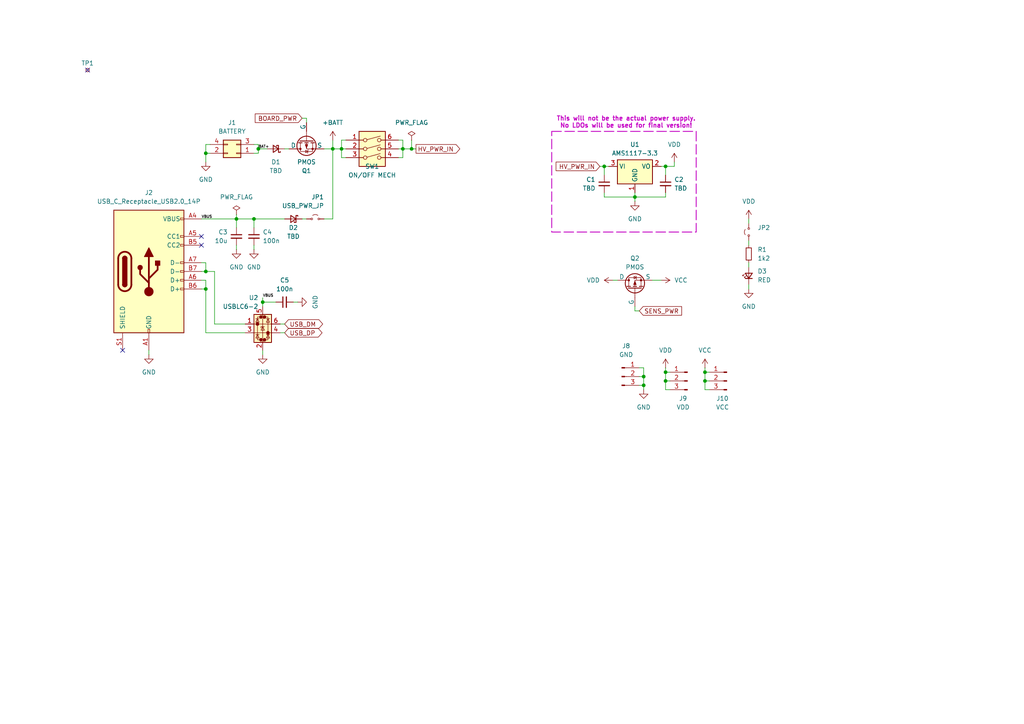
<source format=kicad_sch>
(kicad_sch (version 20231120) (generator "eeschema") (generator_version "8.0")
  (paper "A4")
  (lib_symbols
    (symbol "Connector:Conn_01x03_Pin" (pin_names (offset 1.016) hide)
      (property "Reference" "J" (at 0 5.08 0))
      (property "Value" "Conn_01x03_Pin" (at 0 -5.08 0))
      (symbol "Conn_01x03_Pin_1_1"
        (polyline (pts (xy 1.27 -2.54) (xy 0.8636 -2.54)) (stroke (width 0.1524)))
        (polyline (pts (xy 1.27 0) (xy 0.8636 0)) (stroke (width 0.1524)))
        (polyline (pts (xy 1.27 2.54) (xy 0.8636 2.54)) (stroke (width 0.1524)))
        (rectangle (start 0.8636 -2.413) (end 0 -2.667) (stroke (width 0.1524)) (fill (type outline)))
        (rectangle (start 0.8636 0.127) (end 0 -0.127) (stroke (width 0.1524)) (fill (type outline)))
        (rectangle (start 0.8636 2.667) (end 0 2.413) (stroke (width 0.1524)) (fill (type outline)))
        (pin passive line (at 5.08 2.54 180) (length 3.81) (name "Pin_1") (number "1"))
        (pin passive line (at 5.08 0 180) (length 3.81) (name "Pin_2") (number "2"))
        (pin passive line (at 5.08 -2.54 180) (length 3.81) (name "Pin_3") (number "3"))
      )
    )
    (symbol "Connector:TestPoint_Small" (pin_numbers hide) (pin_names (offset 0.762) hide)
      (property "Reference" "TP" (at 0 3.81 0))
      (property "Value" "TestPoint_Small" (at 0 2.032 0))
      (symbol "TestPoint_Small_0_1"
        (circle (center 0 0) (radius 0.508))
      )
      (symbol "TestPoint_Small_1_1"
        (pin passive line (at 0 0 90) (length 0) (name "1") (number "1"))
      )
    )
    (symbol "Connector:USB_C_Receptacle_USB2.0_14P" (pin_names (offset 1.016))
      (property "Reference" "J" (at 0 22.225 0))
      (property "Value" "USB_C_Receptacle_USB2.0_14P" (at 0 19.685 0))
      (symbol "USB_C_Receptacle_USB2.0_14P_0_0"
        (rectangle (start -0.254 -17.78) (end 0.254 -16.764))
        (rectangle (start 10.16 -4.826) (end 9.144 -5.334))
        (rectangle (start 10.16 -2.286) (end 9.144 -2.794))
        (rectangle (start 10.16 0.254) (end 9.144 -0.254))
        (rectangle (start 10.16 2.794) (end 9.144 2.286))
        (rectangle (start 10.16 7.874) (end 9.144 7.366))
        (rectangle (start 10.16 10.414) (end 9.144 9.906))
        (rectangle (start 10.16 15.494) (end 9.144 14.986))
      )
      (symbol "USB_C_Receptacle_USB2.0_14P_0_1"
        (rectangle (start -10.16 17.78) (end 10.16 -17.78) (stroke (width 0.254)) (fill (type background)))
        (arc (start -8.89 -3.81) (mid -6.985 -5.7067) (end -5.08 -3.81) (stroke (width 0.508)))
        (arc (start -7.62 -3.81) (mid -6.985 -4.4423) (end -6.35 -3.81) (stroke (width 0.254)))
        (arc (start -7.62 -3.81) (mid -6.985 -4.4423) (end -6.35 -3.81) (stroke (width 0.254)) (fill (type outline)))
        (rectangle (start -7.62 -3.81) (end -6.35 3.81) (stroke (width 0.254)) (fill (type outline)))
        (arc (start -6.35 3.81) (mid -6.985 4.4423) (end -7.62 3.81) (stroke (width 0.254)))
        (arc (start -6.35 3.81) (mid -6.985 4.4423) (end -7.62 3.81) (stroke (width 0.254)) (fill (type outline)))
        (arc (start -5.08 3.81) (mid -6.985 5.7067) (end -8.89 3.81) (stroke (width 0.508)))
        (circle (center -2.54 1.143) (radius 0.635) (stroke (width 0.254)) (fill (type outline)))
        (circle (center 0 -5.842) (radius 1.27) (fill (type outline)))
        (polyline (pts (xy -8.89 -3.81) (xy -8.89 3.81)) (stroke (width 0.508)))
        (polyline (pts (xy -5.08 3.81) (xy -5.08 -3.81)) (stroke (width 0.508)))
        (polyline (pts (xy 0 -5.842) (xy 0 4.318)) (stroke (width 0.508)))
        (polyline (pts (xy 0 -3.302) (xy -2.54 -0.762) (xy -2.54 0.508)) (stroke (width 0.508)))
        (polyline (pts (xy 0 -2.032) (xy 2.54 0.508) (xy 2.54 1.778)) (stroke (width 0.508)))
        (polyline (pts (xy -1.27 4.318) (xy 0 6.858) (xy 1.27 4.318) (xy -1.27 4.318)) (stroke (width 0.254)) (fill (type outline)))
        (rectangle (start 1.905 1.778) (end 3.175 3.048) (stroke (width 0.254)) (fill (type outline)))
      )
      (symbol "USB_C_Receptacle_USB2.0_14P_1_1"
        (pin passive line (at 0 -22.86 90) (length 5.08) (name "GND") (number "A1"))
        (pin passive line (at 0 -22.86 90) (length 5.08) hide (name "GND") (number "A12"))
        (pin passive line (at 15.24 15.24 180) (length 5.08) (name "VBUS") (number "A4"))
        (pin bidirectional line (at 15.24 10.16 180) (length 5.08) (name "CC1") (number "A5"))
        (pin bidirectional line (at 15.24 -2.54 180) (length 5.08) (name "D+") (number "A6"))
        (pin bidirectional line (at 15.24 2.54 180) (length 5.08) (name "D-") (number "A7"))
        (pin passive line (at 15.24 15.24 180) (length 5.08) hide (name "VBUS") (number "A9"))
        (pin passive line (at 0 -22.86 90) (length 5.08) hide (name "GND") (number "B1"))
        (pin passive line (at 0 -22.86 90) (length 5.08) hide (name "GND") (number "B12"))
        (pin passive line (at 15.24 15.24 180) (length 5.08) hide (name "VBUS") (number "B4"))
        (pin bidirectional line (at 15.24 7.62 180) (length 5.08) (name "CC2") (number "B5"))
        (pin bidirectional line (at 15.24 -5.08 180) (length 5.08) (name "D+") (number "B6"))
        (pin bidirectional line (at 15.24 0 180) (length 5.08) (name "D-") (number "B7"))
        (pin passive line (at 15.24 15.24 180) (length 5.08) hide (name "VBUS") (number "B9"))
        (pin passive line (at -7.62 -22.86 90) (length 5.08) (name "SHIELD") (number "S1"))
      )
    )
    (symbol "Connector_Generic:Conn_02x02_Odd_Even" (pin_names (offset 1.016) hide)
      (property "Reference" "J" (at 1.27 2.54 0))
      (property "Value" "Conn_02x02_Odd_Even" (at 1.27 -5.08 0))
      (symbol "Conn_02x02_Odd_Even_1_1"
        (rectangle (start -1.27 -2.413) (end 0 -2.667) (stroke (width 0.1524)))
        (rectangle (start -1.27 0.127) (end 0 -0.127) (stroke (width 0.1524)))
        (rectangle (start -1.27 1.27) (end 3.81 -3.81) (stroke (width 0.254)) (fill (type background)))
        (rectangle (start 3.81 -2.413) (end 2.54 -2.667) (stroke (width 0.1524)))
        (rectangle (start 3.81 0.127) (end 2.54 -0.127) (stroke (width 0.1524)))
        (pin passive line (at -5.08 0 0) (length 3.81) (name "Pin_1") (number "1"))
        (pin passive line (at 7.62 0 180) (length 3.81) (name "Pin_2") (number "2"))
        (pin passive line (at -5.08 -2.54 0) (length 3.81) (name "Pin_3") (number "3"))
        (pin passive line (at 7.62 -2.54 180) (length 3.81) (name "Pin_4") (number "4"))
      )
    )
    (symbol "Device:C_Small" (pin_numbers hide) (pin_names (offset 0.254) hide)
      (property "Reference" "C" (at 0.254 1.778 0))
      (property "Value" "C_Small" (at 0.254 -2.032 0))
      (symbol "C_Small_0_1"
        (polyline (pts (xy -1.524 -0.508) (xy 1.524 -0.508)) (stroke (width 0.3302)))
        (polyline (pts (xy -1.524 0.508) (xy 1.524 0.508)) (stroke (width 0.3048)))
      )
      (symbol "C_Small_1_1"
        (pin passive line (at 0 2.54 270) (length 2.032) (name "~") (number "1"))
        (pin passive line (at 0 -2.54 90) (length 2.032) (name "~") (number "2"))
      )
    )
    (symbol "Device:D_Schottky_Small" (pin_numbers hide) (pin_names (offset 0.254) hide)
      (property "Reference" "D" (at -1.27 2.032 0))
      (property "Value" "D_Schottky_Small" (at -7.112 -2.032 0))
      (symbol "D_Schottky_Small_0_1"
        (polyline (pts (xy -0.762 0) (xy 0.762 0)))
        (polyline (pts (xy 0.762 -1.016) (xy -0.762 0) (xy 0.762 1.016) (xy 0.762 -1.016)) (stroke (width 0.254)))
        (polyline (pts (xy -1.27 0.762) (xy -1.27 1.016) (xy -0.762 1.016) (xy -0.762 -1.016) (xy -0.254 -1.016) (xy -0.254 -0.762)) (stroke (width 0.254)))
      )
      (symbol "D_Schottky_Small_1_1"
        (pin passive line (at -2.54 0 0) (length 1.778) (name "K") (number "1"))
        (pin passive line (at 2.54 0 180) (length 1.778) (name "A") (number "2"))
      )
    )
    (symbol "Device:LED_Small" (pin_numbers hide) (pin_names (offset 0.254) hide)
      (property "Reference" "D" (at -1.27 3.175 0))
      (property "Value" "LED_Small" (at -4.445 -2.54 0))
      (symbol "LED_Small_0_1"
        (polyline (pts (xy -0.762 -1.016) (xy -0.762 1.016)) (stroke (width 0.254)))
        (polyline (pts (xy 1.016 0) (xy -0.762 0)))
        (polyline (pts (xy 0.762 -1.016) (xy -0.762 0) (xy 0.762 1.016) (xy 0.762 -1.016)) (stroke (width 0.254)))
        (polyline (pts (xy 0 0.762) (xy -0.508 1.27) (xy -0.254 1.27) (xy -0.508 1.27) (xy -0.508 1.016)))
        (polyline (pts (xy 0.508 1.27) (xy 0 1.778) (xy 0.254 1.778) (xy 0 1.778) (xy 0 1.524)))
      )
      (symbol "LED_Small_1_1"
        (pin passive line (at -2.54 0 0) (length 1.778) (name "K") (number "1"))
        (pin passive line (at 2.54 0 180) (length 1.778) (name "A") (number "2"))
      )
    )
    (symbol "Device:R_Small" (pin_numbers hide) (pin_names (offset 0.254) hide)
      (property "Reference" "R" (at 0.762 0.508 0))
      (property "Value" "R_Small" (at 0.762 -1.016 0))
      (symbol "R_Small_0_1"
        (rectangle (start -0.762 1.778) (end 0.762 -1.778) (stroke (width 0.2032)))
      )
      (symbol "R_Small_1_1"
        (pin passive line (at 0 2.54 270) (length 0.762) (name "~") (number "1"))
        (pin passive line (at 0 -2.54 90) (length 0.762) (name "~") (number "2"))
      )
    )
    (symbol "Jumper:Jumper_2_Small_Open" (pin_numbers hide) (pin_names (offset 0) hide) (exclude_from_sim yes)
      (property "Reference" "JP" (at 0 2.794 0))
      (property "Value" "Jumper_2_Small_Open" (at 0 -2.286 0))
      (symbol "Jumper_2_Small_Open_0_0"
        (circle (center -1.016 0) (radius 0.254))
        (circle (center 1.016 0) (radius 0.254))
      )
      (symbol "Jumper_2_Small_Open_0_1"
        (arc (start 0.762 1.0196) (mid 0 1.2729) (end -0.762 1.0196))
      )
      (symbol "Jumper_2_Small_Open_1_1"
        (pin passive line (at -2.54 0 0) (length 1.27) (name "A") (number "1"))
        (pin passive line (at 2.54 0 180) (length 1.27) (name "B") (number "2"))
      )
    )
    (symbol "Power_Protection:USBLC6-2SC6" (pin_names hide)
      (property "Reference" "U" (at 0.635 5.715 0))
      (property "Value" "USBLC6-2SC6" (at 0.635 3.81 0))
      (symbol "USBLC6-2SC6_0_0"
        (circle (center -1.524 0) (radius 0.0001) (stroke (width 0.508)))
        (circle (center -0.508 -4.572) (radius 0.0001) (stroke (width 0.508)))
        (circle (center -0.508 2.032) (radius 0.0001) (stroke (width 0.508)))
        (circle (center 0.508 -4.572) (radius 0.0001) (stroke (width 0.508)))
        (circle (center 0.508 2.032) (radius 0.0001) (stroke (width 0.508)))
        (circle (center 1.524 -2.54) (radius 0.0001) (stroke (width 0.508)))
      )
      (symbol "USBLC6-2SC6_0_1"
        (polyline (pts (xy -2.54 -2.54) (xy 2.54 -2.54)))
        (polyline (pts (xy -2.54 0) (xy 2.54 0)))
        (polyline (pts (xy -2.032 -3.048) (xy -1.016 -3.048)))
        (polyline (pts (xy -1.016 1.524) (xy -2.032 1.524)))
        (polyline (pts (xy 1.016 -3.048) (xy 2.032 -3.048)))
        (polyline (pts (xy 1.016 1.524) (xy 2.032 1.524)))
        (polyline (pts (xy -0.508 -1.143) (xy -0.508 -0.762) (xy 0.508 -0.762)))
        (polyline (pts (xy -2.032 0.508) (xy -1.016 0.508) (xy -1.524 1.524) (xy -2.032 0.508)))
        (polyline (pts (xy -1.016 -4.064) (xy -2.032 -4.064) (xy -1.524 -3.048) (xy -1.016 -4.064)))
        (polyline (pts (xy 0.508 -1.778) (xy -0.508 -1.778) (xy 0 -0.762) (xy 0.508 -1.778)))
        (polyline (pts (xy 2.032 -4.064) (xy 1.016 -4.064) (xy 1.524 -3.048) (xy 2.032 -4.064)))
        (polyline (pts (xy 2.032 0.508) (xy 1.016 0.508) (xy 1.524 1.524) (xy 2.032 0.508)))
        (polyline (pts (xy 0 2.54) (xy -0.508 2.032) (xy 0.508 2.032) (xy 0 1.524) (xy 0 -4.064) (xy -0.508 -4.572) (xy 0.508 -4.572) (xy 0 -5.08)))
      )
      (symbol "USBLC6-2SC6_1_1"
        (rectangle (start -2.54 2.794) (end 2.54 -5.334) (stroke (width 0.254)) (fill (type background)))
        (polyline (pts (xy -0.508 2.032) (xy -1.524 2.032) (xy -1.524 -4.572) (xy -0.508 -4.572)))
        (polyline (pts (xy 0.508 -4.572) (xy 1.524 -4.572) (xy 1.524 2.032) (xy 0.508 2.032)))
        (pin passive line (at -5.08 0 0) (length 2.54) (name "I/O1") (number "1"))
        (pin passive line (at 0 -7.62 90) (length 2.54) (name "GND") (number "2"))
        (pin passive line (at -5.08 -2.54 0) (length 2.54) (name "I/O2") (number "3"))
        (pin passive line (at 5.08 -2.54 180) (length 2.54) (name "I/O2") (number "4"))
        (pin passive line (at 0 5.08 270) (length 2.54) (name "VBUS") (number "5"))
        (pin passive line (at 5.08 0 180) (length 2.54) (name "I/O1") (number "6"))
      )
    )
    (symbol "Regulator_Linear:AMS1117-3.3"
      (property "Reference" "U" (at -3.81 3.175 0))
      (property "Value" "AMS1117-3.3" (at 0 3.175 0))
      (symbol "AMS1117-3.3_0_1"
        (rectangle (start -5.08 -5.08) (end 5.08 1.905) (stroke (width 0.254)) (fill (type background)))
      )
      (symbol "AMS1117-3.3_1_1"
        (pin power_in line (at 0 -7.62 90) (length 2.54) (name "GND") (number "1"))
        (pin power_out line (at 7.62 0 180) (length 2.54) (name "VO") (number "2"))
        (pin power_in line (at -7.62 0 0) (length 2.54) (name "VI") (number "3"))
      )
    )
    (symbol "Simulation_SPICE:PMOS" (pin_numbers hide) (pin_names (offset 0))
      (property "Reference" "Q" (at 5.08 1.27 0))
      (property "Value" "PMOS" (at 5.08 -1.27 0))
      (symbol "PMOS_0_1"
        (polyline (pts (xy 0.254 0) (xy -2.54 0)))
        (polyline (pts (xy 0.254 1.905) (xy 0.254 -1.905)) (stroke (width 0.254)))
        (polyline (pts (xy 0.762 -1.27) (xy 0.762 -2.286)) (stroke (width 0.254)))
        (polyline (pts (xy 0.762 0.508) (xy 0.762 -0.508)) (stroke (width 0.254)))
        (polyline (pts (xy 0.762 2.286) (xy 0.762 1.27)) (stroke (width 0.254)))
        (polyline (pts (xy 2.54 2.54) (xy 2.54 1.778)))
        (polyline (pts (xy 2.54 -2.54) (xy 2.54 0) (xy 0.762 0)))
        (polyline (pts (xy 0.762 1.778) (xy 3.302 1.778) (xy 3.302 -1.778) (xy 0.762 -1.778)))
        (polyline (pts (xy 2.286 0) (xy 1.27 0.381) (xy 1.27 -0.381) (xy 2.286 0)) (fill (type outline)))
        (polyline (pts (xy 2.794 -0.508) (xy 2.921 -0.381) (xy 3.683 -0.381) (xy 3.81 -0.254)))
        (polyline (pts (xy 3.302 -0.381) (xy 2.921 0.254) (xy 3.683 0.254) (xy 3.302 -0.381)))
        (circle (center 1.651 0) (radius 2.794) (stroke (width 0.254)))
        (circle (center 2.54 -1.778) (radius 0.254) (fill (type outline)))
        (circle (center 2.54 1.778) (radius 0.254) (fill (type outline)))
      )
      (symbol "PMOS_1_1"
        (pin passive line (at 2.54 5.08 270) (length 2.54) (name "D") (number "1"))
        (pin input line (at -5.08 0 0) (length 2.54) (name "G") (number "2"))
        (pin passive line (at 2.54 -5.08 90) (length 2.54) (name "S") (number "3"))
      )
    )
    (symbol "Switch:SW_DIP_x03" (pin_names (offset 0) hide)
      (property "Reference" "SW" (at 0 6.35 0))
      (property "Value" "SW_DIP_x03" (at 0 -6.35 0))
      (symbol "SW_DIP_x03_0_0"
        (circle (center -2.032 -2.54) (radius 0.508))
        (circle (center -2.032 0) (radius 0.508))
        (circle (center -2.032 2.54) (radius 0.508))
        (polyline (pts (xy -1.524 -2.413) (xy 2.3622 -1.3716)))
        (polyline (pts (xy -1.524 0.127) (xy 2.3622 1.1684)))
        (polyline (pts (xy -1.524 2.667) (xy 2.3622 3.7084)))
        (circle (center 2.032 -2.54) (radius 0.508))
        (circle (center 2.032 0) (radius 0.508))
        (circle (center 2.032 2.54) (radius 0.508))
      )
      (symbol "SW_DIP_x03_0_1"
        (rectangle (start -3.81 5.08) (end 3.81 -5.08) (stroke (width 0.254)) (fill (type background)))
      )
      (symbol "SW_DIP_x03_1_1"
        (pin passive line (at -7.62 2.54 0) (length 5.08) (name "~") (number "1"))
        (pin passive line (at -7.62 0 0) (length 5.08) (name "~") (number "2"))
        (pin passive line (at -7.62 -2.54 0) (length 5.08) (name "~") (number "3"))
        (pin passive line (at 7.62 -2.54 180) (length 5.08) (name "~") (number "4"))
        (pin passive line (at 7.62 0 180) (length 5.08) (name "~") (number "5"))
        (pin passive line (at 7.62 2.54 180) (length 5.08) (name "~") (number "6"))
      )
    )
    (symbol "power:+BATT" (power) (pin_numbers hide) (pin_names (offset 0) hide)
      (property "Value" "+BATT" (at 0 3.556 0))
      (symbol "+BATT_0_1"
        (polyline (pts (xy -0.762 1.27) (xy 0 2.54)))
        (polyline (pts (xy 0 0) (xy 0 2.54)))
        (polyline (pts (xy 0 2.54) (xy 0.762 1.27)))
      )
      (symbol "+BATT_1_1"
        (pin power_in line (at 0 0 90) (length 0) (name "~") (number "1"))
      )
    )
    (symbol "power:GND" (power) (pin_numbers hide) (pin_names (offset 0) hide)
      (property "Value" "GND" (at 0 -3.81 0))
      (symbol "GND_0_1"
        (polyline (pts (xy 0 0) (xy 0 -1.27) (xy 1.27 -1.27) (xy 0 -2.54) (xy -1.27 -1.27) (xy 0 -1.27)))
      )
      (symbol "GND_1_1"
        (pin power_in line (at 0 0 270) (length 0) (name "~") (number "1"))
      )
    )
    (symbol "power:PWR_FLAG" (power) (pin_numbers hide) (pin_names (offset 0) hide)
      (property "Value" "PWR_FLAG" (at 0 3.81 0))
      (symbol "PWR_FLAG_0_0"
        (pin power_out line (at 0 0 90) (length 0) (name "~") (number "1"))
      )
      (symbol "PWR_FLAG_0_1"
        (polyline (pts (xy 0 0) (xy 0 1.27) (xy -1.016 1.905) (xy 0 2.54) (xy 1.016 1.905) (xy 0 1.27)))
      )
    )
    (symbol "power:VCC" (power) (pin_numbers hide) (pin_names (offset 0) hide)
      (property "Value" "VCC" (at 0 3.556 0))
      (symbol "VCC_0_1"
        (polyline (pts (xy -0.762 1.27) (xy 0 2.54)))
        (polyline (pts (xy 0 0) (xy 0 2.54)))
        (polyline (pts (xy 0 2.54) (xy 0.762 1.27)))
      )
      (symbol "VCC_1_1"
        (pin power_in line (at 0 0 90) (length 0) (name "~") (number "1"))
      )
    )
    (symbol "power:VDD" (power) (pin_numbers hide) (pin_names (offset 0) hide)
      (property "Value" "VDD" (at 0 3.556 0))
      (symbol "VDD_0_1"
        (polyline (pts (xy -0.762 1.27) (xy 0 2.54)))
        (polyline (pts (xy 0 0) (xy 0 2.54)))
        (polyline (pts (xy 0 2.54) (xy 0.762 1.27)))
      )
      (symbol "VDD_1_1"
        (pin power_in line (at 0 0 90) (length 0) (name "~") (number "1"))
      )
    )
  )
  (junction (at 76.2 87.63))
  (junction (at 68.58 63.5))
  (junction (at 186.69 111.76))
  (junction (at 96.52 43.18))
  (junction (at 175.26 48.26))
  (junction (at 204.47 110.49))
  (junction (at 184.15 57.15))
  (junction (at 186.69 109.22))
  (junction (at 74.93 43.18))
  (junction (at 193.04 110.49))
  (junction (at 99.06 43.18))
  (junction (at 116.84 43.18))
  (junction (at 193.04 107.95))
  (junction (at 204.47 107.95))
  (junction (at 119.38 43.18))
  (junction (at 59.69 78.74))
  (junction (at 59.69 83.82))
  (junction (at 193.04 48.26))
  (junction (at 59.69 44.45))
  (junction (at 73.66 63.5))
  (no_connect (at 58.42 71.12))
  (no_connect (at 35.56 101.6))
  (no_connect (at 58.42 68.58))
  (no_connect (at 25.4 20.32))
  (wire (pts (xy 88.9 34.29) (xy 88.9 35.56)))
  (wire (pts (xy 96.52 43.18) (xy 96.52 40.64)))
  (wire (pts (xy 175.26 55.88) (xy 175.26 57.15)))
  (wire (pts (xy 204.47 107.95) (xy 204.47 110.49)))
  (wire (pts (xy 58.42 83.82) (xy 59.69 83.82)))
  (wire (pts (xy 93.98 63.5) (xy 96.52 63.5)))
  (wire (pts (xy 217.17 69.85) (xy 217.17 71.12)))
  (wire (pts (xy 76.2 87.63) (xy 76.2 88.9)))
  (wire (pts (xy 184.15 57.15) (xy 184.15 58.42)))
  (wire (pts (xy 204.47 106.68) (xy 204.47 107.95)))
  (wire (pts (xy 60.96 41.91) (xy 59.69 41.91)))
  (wire (pts (xy 193.04 57.15) (xy 193.04 55.88)))
  (wire (pts (xy 99.06 45.72) (xy 99.06 43.18)))
  (wire (pts (xy 73.66 44.45) (xy 74.93 44.45)))
  (wire (pts (xy 186.69 109.22) (xy 186.69 106.68)))
  (wire (pts (xy 193.04 50.8) (xy 193.04 48.26)))
  (wire (pts (xy 119.38 40.64) (xy 119.38 43.18)))
  (wire (pts (xy 76.2 86.36) (xy 76.2 87.63)))
  (wire (pts (xy 175.26 48.26) (xy 176.53 48.26)))
  (wire (pts (xy 194.31 113.03) (xy 193.04 113.03)))
  (wire (pts (xy 186.69 106.68) (xy 185.42 106.68)))
  (wire (pts (xy 99.06 40.64) (xy 99.06 43.18)))
  (wire (pts (xy 99.06 43.18) (xy 100.33 43.18)))
  (wire (pts (xy 82.55 96.52) (xy 81.28 96.52)))
  (wire (pts (xy 73.66 63.5) (xy 82.55 63.5)))
  (wire (pts (xy 58.42 81.28) (xy 59.69 81.28)))
  (wire (pts (xy 175.26 50.8) (xy 175.26 48.26)))
  (wire (pts (xy 195.58 48.26) (xy 193.04 48.26)))
  (wire (pts (xy 59.69 44.45) (xy 59.69 46.99)))
  (wire (pts (xy 62.23 93.98) (xy 62.23 78.74)))
  (wire (pts (xy 217.17 63.5) (xy 217.17 64.77)))
  (wire (pts (xy 76.2 87.63) (xy 80.01 87.63)))
  (wire (pts (xy 204.47 110.49) (xy 204.47 113.03)))
  (wire (pts (xy 59.69 41.91) (xy 59.69 44.45)))
  (wire (pts (xy 59.69 96.52) (xy 59.69 83.82)))
  (wire (pts (xy 185.42 111.76) (xy 186.69 111.76)))
  (wire (pts (xy 74.93 43.18) (xy 77.47 43.18)))
  (wire (pts (xy 43.18 102.87) (xy 43.18 101.6)))
  (wire (pts (xy 184.15 90.17) (xy 184.15 88.9)))
  (wire (pts (xy 193.04 48.26) (xy 191.77 48.26)))
  (wire (pts (xy 59.69 76.2) (xy 59.69 78.74)))
  (wire (pts (xy 59.69 81.28) (xy 59.69 83.82)))
  (wire (pts (xy 76.2 101.6) (xy 76.2 102.87)))
  (wire (pts (xy 96.52 43.18) (xy 99.06 43.18)))
  (wire (pts (xy 58.42 76.2) (xy 59.69 76.2)))
  (wire (pts (xy 96.52 63.5) (xy 96.52 43.18)))
  (wire (pts (xy 68.58 63.5) (xy 68.58 66.04)))
  (wire (pts (xy 58.42 78.74) (xy 59.69 78.74)))
  (wire (pts (xy 184.15 55.88) (xy 184.15 57.15)))
  (wire (pts (xy 217.17 82.55) (xy 217.17 83.82)))
  (wire (pts (xy 217.17 76.2) (xy 217.17 77.47)))
  (wire (pts (xy 74.93 43.18) (xy 74.93 44.45)))
  (wire (pts (xy 193.04 107.95) (xy 193.04 110.49)))
  (wire (pts (xy 184.15 57.15) (xy 193.04 57.15)))
  (wire (pts (xy 74.93 41.91) (xy 74.93 43.18)))
  (wire (pts (xy 87.63 34.29) (xy 88.9 34.29)))
  (wire (pts (xy 189.23 81.28) (xy 191.77 81.28)))
  (wire (pts (xy 205.74 107.95) (xy 204.47 107.95)))
  (wire (pts (xy 185.42 90.17) (xy 184.15 90.17)))
  (wire (pts (xy 115.57 43.18) (xy 116.84 43.18)))
  (wire (pts (xy 120.65 43.18) (xy 119.38 43.18)))
  (wire (pts (xy 73.66 71.12) (xy 73.66 72.39)))
  (wire (pts (xy 59.69 96.52) (xy 71.12 96.52)))
  (wire (pts (xy 62.23 93.98) (xy 71.12 93.98)))
  (wire (pts (xy 186.69 111.76) (xy 186.69 109.22)))
  (wire (pts (xy 193.04 106.68) (xy 193.04 107.95)))
  (wire (pts (xy 100.33 40.64) (xy 99.06 40.64)))
  (wire (pts (xy 116.84 45.72) (xy 116.84 43.18)))
  (wire (pts (xy 68.58 62.23) (xy 68.58 63.5)))
  (wire (pts (xy 115.57 40.64) (xy 116.84 40.64)))
  (wire (pts (xy 195.58 46.99) (xy 195.58 48.26)))
  (wire (pts (xy 186.69 111.76) (xy 186.69 113.03)))
  (wire (pts (xy 68.58 63.5) (xy 73.66 63.5)))
  (wire (pts (xy 59.69 44.45) (xy 60.96 44.45)))
  (wire (pts (xy 205.74 110.49) (xy 204.47 110.49)))
  (wire (pts (xy 87.63 63.5) (xy 88.9 63.5)))
  (wire (pts (xy 194.31 110.49) (xy 193.04 110.49)))
  (wire (pts (xy 193.04 110.49) (xy 193.04 113.03)))
  (wire (pts (xy 115.57 45.72) (xy 116.84 45.72)))
  (wire (pts (xy 93.98 43.18) (xy 96.52 43.18)))
  (wire (pts (xy 116.84 40.64) (xy 116.84 43.18)))
  (wire (pts (xy 173.99 48.26) (xy 175.26 48.26)))
  (wire (pts (xy 116.84 43.18) (xy 119.38 43.18)))
  (wire (pts (xy 82.55 43.18) (xy 83.82 43.18)))
  (wire (pts (xy 100.33 45.72) (xy 99.06 45.72)))
  (wire (pts (xy 185.42 109.22) (xy 186.69 109.22)))
  (wire (pts (xy 175.26 57.15) (xy 184.15 57.15)))
  (wire (pts (xy 58.42 63.5) (xy 68.58 63.5)))
  (wire (pts (xy 85.09 87.63) (xy 86.36 87.63)))
  (wire (pts (xy 68.58 71.12) (xy 68.58 72.39)))
  (wire (pts (xy 74.93 41.91) (xy 73.66 41.91)))
  (wire (pts (xy 194.31 107.95) (xy 193.04 107.95)))
  (wire (pts (xy 73.66 63.5) (xy 73.66 66.04)))
  (wire (pts (xy 62.23 78.74) (xy 59.69 78.74)))
  (wire (pts (xy 205.74 113.03) (xy 204.47 113.03)))
  (wire (pts (xy 82.55 93.98) (xy 81.28 93.98)))
  (wire (pts (xy 177.8 81.28) (xy 179.07 81.28)))
  (rectangle (start 160.02 38.1) (end 201.93 67.31) (stroke (width 0.254) (type dash) (color 194 0 194 1)))
  (text "This will not be the actual power supply.\nNo LDOs will be used for final version!" (at 181.61 35.56 0) (effects (font (size 1.27 1.27) (thickness 0.254) (bold yes))))
  (label "VBUS" (at 58.42 63.5 0) (effects (font (size 0.762 0.762) (bold yes))))
  (label "BAT+" (at 74.93 43.18 0) (effects (font (size 0.762 0.762) (bold yes))))
  (label "VBUS" (at 76.2 86.36 0) (effects (font (size 0.762 0.762) (bold yes))))
  (global_label "SENS_PWR" (shape input) (at 185.42 90.17 0) (property "Intersheetrefs" "${INTERSHEET_REFS}" (effects (hide yes))))
  (global_label "HV_PWR_IN" (shape input) (at 173.99 48.26 180) (property "Intersheetrefs" "${INTERSHEET_REFS}" (effects (hide yes))))
  (global_label "HV_PWR_IN" (shape output) (at 120.65 43.18 0) (property "Intersheetrefs" "${INTERSHEET_REFS}" (effects (hide yes))))
  (global_label "USB_DM" (shape bidirectional) (at 82.55 93.98 0) (property "Intersheetrefs" "${INTERSHEET_REFS}" (effects (hide yes))))
  (global_label "USB_DP" (shape bidirectional) (at 82.55 96.52 0) (property "Intersheetrefs" "${INTERSHEET_REFS}" (effects (hide yes))))
  (global_label "BOARD_PWR" (shape input) (at 87.63 34.29 180) (property "Intersheetrefs" "${INTERSHEET_REFS}" (effects (hide yes))))
  (symbol (lib_id "Switch:SW_DIP_x03") (at 107.95 43.18 0) (unit 1)
    (property "Reference" "SW1" (at 107.95 48.26 0))
    (property "Value" "ON/OFF MECH" (at 107.95 50.8 0))
    (property "Footprint" "Button_Switch_THT:SW_DIP_SPSTx03_Slide_6.7x9.18mm_W7.62mm_P2.54mm_LowProfile" (effects (hide yes)))
    (property "Description" "3x DIP Switch, Single Pole Single Throw (SPST) switch, small symbol" (effects (hide yes)))
  )
  (symbol (lib_id "Power_Protection:USBLC6-2SC6") (at 76.2 93.98 0) (unit 1)
    (property "Reference" "U2" (at 74.93 86.36 0) (effects (justify right)))
    (property "Value" "USBLC6-2" (at 74.93 88.9 0) (effects (justify right)))
    (property "Footprint" "Package_TO_SOT_SMD:SOT-23-6" (effects (hide yes)))
    (property "Datasheet" "https://www.st.com/resource/en/datasheet/usblc6-2.pdf" (effects (hide yes)))
    (property "Description" "Very low capacitance ESD protection diode, 2 data-line, SOT-23-6" (effects (hide yes)))
  )
  (symbol (lib_id "power:GND") (at 68.58 72.39 0) (unit 1)
    (property "Reference" "#PWR06" (effects (hide yes)))
    (property "Value" "GND" (at 68.58 77.47 0))
    (property "Description" "Power symbol creates a global label with name \"GND\" , ground" (effects (hide yes)))
  )
  (symbol (lib_id "power:VDD") (at 193.04 106.68 0) (unit 1)
    (property "Reference" "#PWR099" (effects (hide yes)))
    (property "Value" "VDD" (at 193.04 101.6 0))
    (property "Description" "Power symbol creates a global label with name \"VDD\"" (effects (hide yes)))
  )
  (symbol (lib_id "power:GND") (at 186.69 113.03 0) (unit 1)
    (property "Reference" "#PWR098" (effects (hide yes)))
    (property "Value" "GND" (at 186.69 118.11 0))
    (property "Description" "Power symbol creates a global label with name \"GND\" , ground" (effects (hide yes)))
  )
  (symbol (lib_id "Simulation_SPICE:PMOS") (at 88.9 40.64 90) (mirror x) (unit 1)
    (property "Reference" "Q1" (at 88.9 49.53 90))
    (property "Value" "PMOS" (at 88.9 46.99 90))
    (property "Footprint" "Package_TO_SOT_SMD:SOT-23" (effects (hide yes)))
    (property "Datasheet" "https://ngspice.sourceforge.io/docs/ngspice-html-manual/manual.xhtml#cha_MOSFETs" (effects (hide yes)))
    (property "Description" "P-MOSFET transistor, drain/source/gate" (effects (hide yes)))
    (property "Sim.Device" "PMOS" (effects (hide yes)))
    (property "Sim.Type" "VDMOS" (effects (hide yes)))
    (property "Sim.Pins" "1=D 2=G 3=S" (effects (hide yes)))
  )
  (symbol (lib_id "power:VDD") (at 177.8 81.28 90) (unit 1)
    (property "Reference" "#PWR08" (effects (hide yes)))
    (property "Value" "VDD" (at 173.99 81.2799 90) (effects (justify left)))
    (property "Description" "Power symbol creates a global label with name \"VDD\"" (effects (hide yes)))
  )
  (symbol (lib_id "Device:LED_Small") (at 217.17 80.01 90) (unit 1)
    (property "Reference" "D3" (at 219.71 78.6764 90) (effects (justify right)))
    (property "Value" "RED" (at 219.71 81.2164 90) (effects (justify right)))
    (property "Footprint" "LED_SMD:LED_0603_1608Metric" (effects (hide yes)))
    (property "Description" "Light emitting diode, small symbol" (effects (hide yes)))
  )
  (symbol (lib_id "Device:C_Small") (at 175.26 53.34 0) (mirror y) (unit 1)
    (property "Reference" "C1" (at 172.72 52.0762 0) (effects (justify left)))
    (property "Value" "TBD" (at 172.72 54.6162 0) (effects (justify left)))
    (property "Footprint" "Capacitor_SMD:C_0603_1608Metric" (effects (hide yes)))
    (property "Description" "Unpolarized capacitor, small symbol" (effects (hide yes)))
  )
  (symbol (lib_id "power:PWR_FLAG") (at 68.58 62.23 0) (unit 1)
    (property "Reference" "#FLG03" (effects (hide yes)))
    (property "Value" "PWR_FLAG" (at 68.58 57.15 0))
    (property "Description" "Special symbol for telling ERC where power comes from" (effects (hide yes)))
  )
  (symbol (lib_id "Device:C_Small") (at 82.55 87.63 90) (unit 1)
    (property "Reference" "C5" (at 82.5563 81.28 90))
    (property "Value" "100n" (at 82.5563 83.82 90))
    (property "Footprint" "Capacitor_SMD:C_0603_1608Metric" (effects (hide yes)))
    (property "Description" "Unpolarized capacitor, small symbol" (effects (hide yes)))
  )
  (symbol (lib_id "power:GND") (at 184.15 58.42 0) (unit 1)
    (property "Reference" "#PWR04" (effects (hide yes)))
    (property "Value" "GND" (at 184.15 63.5 0))
    (property "Description" "Power symbol creates a global label with name \"GND\" , ground" (effects (hide yes)))
  )
  (symbol (lib_id "Device:C_Small") (at 68.58 68.58 0) (mirror y) (unit 1)
    (property "Reference" "C3" (at 66.04 67.31 0) (effects (justify left)))
    (property "Value" "10u" (at 66.04 69.85 0) (effects (justify left)))
    (property "Footprint" "Capacitor_SMD:C_0603_1608Metric" (effects (hide yes)))
    (property "Description" "Unpolarized capacitor, small symbol" (effects (hide yes)))
  )
  (symbol (lib_id "Device:C_Small") (at 73.66 68.58 0) (unit 1)
    (property "Reference" "C4" (at 76.2 67.31 0) (effects (justify left)))
    (property "Value" "100n" (at 76.2 69.85 0) (effects (justify left)))
    (property "Footprint" "Capacitor_SMD:C_0603_1608Metric" (effects (hide yes)))
    (property "Description" "Unpolarized capacitor, small symbol" (effects (hide yes)))
  )
  (symbol (lib_id "power:GND") (at 76.2 102.87 0) (unit 1)
    (property "Reference" "#PWR013" (effects (hide yes)))
    (property "Value" "GND" (at 76.2 107.95 0))
    (property "Description" "Power symbol creates a global label with name \"GND\" , ground" (effects (hide yes)))
  )
  (symbol (lib_id "Regulator_Linear:AMS1117-3.3") (at 184.15 48.26 0) (unit 1)
    (property "Reference" "U1" (at 184.15 41.91 0))
    (property "Value" "AMS1117-3.3" (at 184.15 44.45 0))
    (property "Footprint" "Package_TO_SOT_SMD:SOT-223-3_TabPin2" (effects (hide yes)))
    (property "Datasheet" "http://www.advanced-monolithic.com/pdf/ds1117.pdf" (effects (hide yes)))
    (property "Description" "1A Low Dropout regulator, positive, 3.3V fixed output, SOT-223" (effects (hide yes)))
  )
  (symbol (lib_id "Jumper:Jumper_2_Small_Open") (at 217.17 67.31 90) (unit 1) (exclude_from_sim yes)
    (property "Reference" "JP2" (at 219.71 66.04 90) (effects (justify right)))
    (property "Value" "Jumper_2_Small_Open" (effects (hide yes)))
    (property "Footprint" "BRS_Footprints:SMD_SolderJumper_Small" (effects (hide yes)))
    (property "Description" "Jumper, 2-pole, small symbol, open" (effects (hide yes)))
  )
  (symbol (lib_id "Connector:TestPoint_Small") (at 25.4 20.32 0) (unit 1)
    (property "Reference" "TP1" (at 25.4 19.05 0) (effects (justify bottom)))
    (property "Value" "TestPoint_Small" (effects (hide yes)))
    (property "Footprint" "TestPoint:TestPoint_Pad_D1.5mm" (effects (hide yes)))
    (property "Description" "test point" (effects (hide yes)))
  )
  (symbol (lib_id "Connector:Conn_01x03_Pin") (at 199.39 110.49 0) (mirror y) (unit 1) (in_bom no)
    (property "Reference" "J9" (at 198.12 115.57 0))
    (property "Value" "VDD" (at 198.12 118.11 0))
    (property "Footprint" "Connector_PinHeader_2.54mm:PinHeader_1x03_P2.54mm_Vertical" (effects (hide yes)))
    (property "Description" "Generic connector, single row, 01x03, script generated" (effects (hide yes)))
  )
  (symbol (lib_id "Device:D_Schottky_Small") (at 85.09 63.5 0) (mirror y) (unit 1)
    (property "Reference" "D2" (at 85.09 66.04 0))
    (property "Value" "TBD" (at 85.09 68.58 0))
    (property "Footprint" "Diode_SMD:D_SOD-123" (effects (hide yes)))
    (property "Description" "Schottky diode, small symbol" (effects (hide yes)))
    (property "Sim.Device" "D" (effects (hide yes)))
    (property "Sim.Pins" "1=K 2=A" (effects (hide yes)))
  )
  (symbol (lib_id "Connector:USB_C_Receptacle_USB2.0_14P") (at 43.18 78.74 0) (unit 1)
    (property "Reference" "J2" (at 43.18 55.88 0))
    (property "Value" "USB_C_Receptacle_USB2.0_14P" (at 43.18 58.42 0))
    (property "Footprint" "Connector_USB:USB_C_Receptacle_GCT_USB4105-xx-A_16P_TopMnt_Horizontal" (effects (hide yes)))
    (property "Datasheet" "https://www.usb.org/sites/default/files/documents/usb_type-c.zip" (effects (hide yes)))
    (property "Description" "USB 2.0-only 14P Type-C Receptacle connector" (effects (hide yes)))
  )
  (symbol (lib_id "Connector:Conn_01x03_Pin") (at 210.82 110.49 0) (mirror y) (unit 1) (in_bom no)
    (property "Reference" "J10" (at 209.55 115.57 0))
    (property "Value" "VCC" (at 209.55 118.11 0))
    (property "Footprint" "Connector_PinHeader_2.54mm:PinHeader_1x03_P2.54mm_Vertical" (effects (hide yes)))
    (property "Description" "Generic connector, single row, 01x03, script generated" (effects (hide yes)))
  )
  (symbol (lib_id "Device:C_Small") (at 193.04 53.34 0) (unit 1)
    (property "Reference" "C2" (at 195.58 52.0762 0) (effects (justify left)))
    (property "Value" "TBD" (at 195.58 54.6162 0) (effects (justify left)))
    (property "Footprint" "Capacitor_SMD:C_0603_1608Metric" (effects (hide yes)))
    (property "Description" "Unpolarized capacitor, small symbol" (effects (hide yes)))
  )
  (symbol (lib_id "power:GND") (at 217.17 83.82 0) (unit 1)
    (property "Reference" "#PWR010" (effects (hide yes)))
    (property "Value" "GND" (at 217.17 88.9 0))
    (property "Description" "Power symbol creates a global label with name \"GND\" , ground" (effects (hide yes)))
  )
  (symbol (lib_id "Simulation_SPICE:PMOS") (at 184.15 83.82 90) (unit 1)
    (property "Reference" "Q2" (at 184.15 74.93 90))
    (property "Value" "PMOS" (at 184.15 77.47 90))
    (property "Footprint" "Package_TO_SOT_SMD:SOT-23" (effects (hide yes)))
    (property "Datasheet" "https://ngspice.sourceforge.io/docs/ngspice-html-manual/manual.xhtml#cha_MOSFETs" (effects (hide yes)))
    (property "Description" "P-MOSFET transistor, drain/source/gate" (effects (hide yes)))
    (property "Sim.Device" "PMOS" (effects (hide yes)))
    (property "Sim.Type" "VDMOS" (effects (hide yes)))
    (property "Sim.Pins" "1=D 2=G 3=S" (effects (hide yes)))
  )
  (symbol (lib_id "Connector_Generic:Conn_02x02_Odd_Even") (at 68.58 44.45 180) (unit 1)
    (property "Reference" "J1" (at 67.31 35.56 0))
    (property "Value" "BATTERY" (at 67.31 38.1 0))
    (property "Footprint" "Connector_Molex:Molex_Micro-Fit_3.0_43045-0412_2x02_P3.00mm_Vertical" (effects (hide yes)))
    (property "Description" "Generic connector, double row, 02x02, odd/even pin numbering scheme (row 1 odd numbers, row 2 even numbers), script generated (kicad-library-utils/schlib/autogen/connector/)" (effects (hide yes)))
  )
  (symbol (lib_id "Device:R_Small") (at 217.17 73.66 0) (unit 1)
    (property "Reference" "R1" (at 219.71 72.3899 0) (effects (justify left)))
    (property "Value" "1k2" (at 219.71 74.9299 0) (effects (justify left)))
    (property "Footprint" "Resistor_SMD:R_0603_1608Metric" (effects (hide yes)))
    (property "Description" "Resistor, small symbol" (effects (hide yes)))
  )
  (symbol (lib_id "power:+BATT") (at 96.52 40.64 0) (unit 1)
    (property "Reference" "#PWR01" (effects (hide yes)))
    (property "Value" "+BATT" (at 96.52 35.56 0))
    (property "Description" "Power symbol creates a global label with name \"+BATT\"" (effects (hide yes)))
  )
  (symbol (lib_id "power:GND") (at 86.36 87.63 90) (unit 1)
    (property "Reference" "#PWR011" (effects (hide yes)))
    (property "Value" "GND" (at 91.44 87.63 0))
    (property "Description" "Power symbol creates a global label with name \"GND\" , ground" (effects (hide yes)))
  )
  (symbol (lib_id "power:VCC") (at 204.47 106.68 0) (unit 1)
    (property "Reference" "#PWR097" (effects (hide yes)))
    (property "Value" "VCC" (at 204.47 101.6 0))
    (property "Description" "Power symbol creates a global label with name \"VCC\"" (effects (hide yes)))
  )
  (symbol (lib_id "power:VDD") (at 217.17 63.5 0) (unit 1)
    (property "Reference" "#PWR05" (effects (hide yes)))
    (property "Value" "VDD" (at 217.17 58.42 0))
    (property "Description" "Power symbol creates a global label with name \"VDD\"" (effects (hide yes)))
  )
  (symbol (lib_id "power:PWR_FLAG") (at 119.38 40.64 0) (unit 1)
    (property "Reference" "#FLG01" (effects (hide yes)))
    (property "Value" "PWR_FLAG" (at 119.38 35.56 0))
    (property "Description" "Special symbol for telling ERC where power comes from" (effects (hide yes)))
  )
  (symbol (lib_id "Device:D_Schottky_Small") (at 80.01 43.18 180) (unit 1)
    (property "Reference" "D1" (at 80.01 46.99 0))
    (property "Value" "TBD" (at 80.01 49.53 0))
    (property "Footprint" "Diode_SMD:D_SOD-123" (effects (hide yes)))
    (property "Description" "Schottky diode, small symbol" (effects (hide yes)))
    (property "Sim.Device" "D" (effects (hide yes)))
    (property "Sim.Pins" "1=K 2=A" (effects (hide yes)))
  )
  (symbol (lib_id "Connector:Conn_01x03_Pin") (at 180.34 109.22 0) (unit 1) (in_bom no)
    (property "Reference" "J8" (at 181.61 100.33 0))
    (property "Value" "GND" (at 181.61 102.87 0))
    (property "Footprint" "Connector_PinHeader_2.54mm:PinHeader_1x03_P2.54mm_Vertical" (effects (hide yes)))
    (property "Description" "Generic connector, single row, 01x03, script generated" (effects (hide yes)))
  )
  (symbol (lib_id "Jumper:Jumper_2_Small_Open") (at 91.44 63.5 0) (unit 1) (exclude_from_sim yes)
    (property "Reference" "JP1" (at 93.98 57.15 0) (effects (justify right)))
    (property "Value" "USB_PWR_JP" (at 93.98 59.69 0) (effects (justify right)))
    (property "Footprint" "Jumper:SolderJumper-2_P1.3mm_Open_RoundedPad1.0x1.5mm" (effects (hide yes)))
    (property "Description" "Jumper, 2-pole, small symbol, open" (effects (hide yes)))
  )
  (symbol (lib_id "power:GND") (at 73.66 72.39 0) (unit 1)
    (property "Reference" "#PWR07" (effects (hide yes)))
    (property "Value" "GND" (at 73.66 77.47 0))
    (property "Description" "Power symbol creates a global label with name \"GND\" , ground" (effects (hide yes)))
  )
  (symbol (lib_id "power:VDD") (at 195.58 46.99 0) (unit 1)
    (property "Reference" "#PWR03" (effects (hide yes)))
    (property "Value" "VDD" (at 195.58 41.91 0))
    (property "Description" "Power symbol creates a global label with name \"VDD\"" (effects (hide yes)))
  )
  (symbol (lib_id "power:VCC") (at 191.77 81.28 270) (unit 1)
    (property "Reference" "#PWR09" (effects (hide yes)))
    (property "Value" "VCC" (at 195.58 81.2799 90) (effects (justify left)))
    (property "Description" "Power symbol creates a global label with name \"VCC\"" (effects (hide yes)))
  )
  (symbol (lib_id "power:GND") (at 59.69 46.99 0) (unit 1)
    (property "Reference" "#PWR02" (effects (hide yes)))
    (property "Value" "GND" (at 59.69 52.07 0))
    (property "Description" "Power symbol creates a global label with name \"GND\" , ground" (effects (hide yes)))
  )
  (symbol (lib_id "power:GND") (at 43.18 102.87 0) (unit 1)
    (property "Reference" "#PWR012" (effects (hide yes)))
    (property "Value" "GND" (at 43.18 107.95 0))
    (property "Description" "Power symbol creates a global label with name \"GND\" , ground" (effects (hide yes)))
  )
)
</source>
